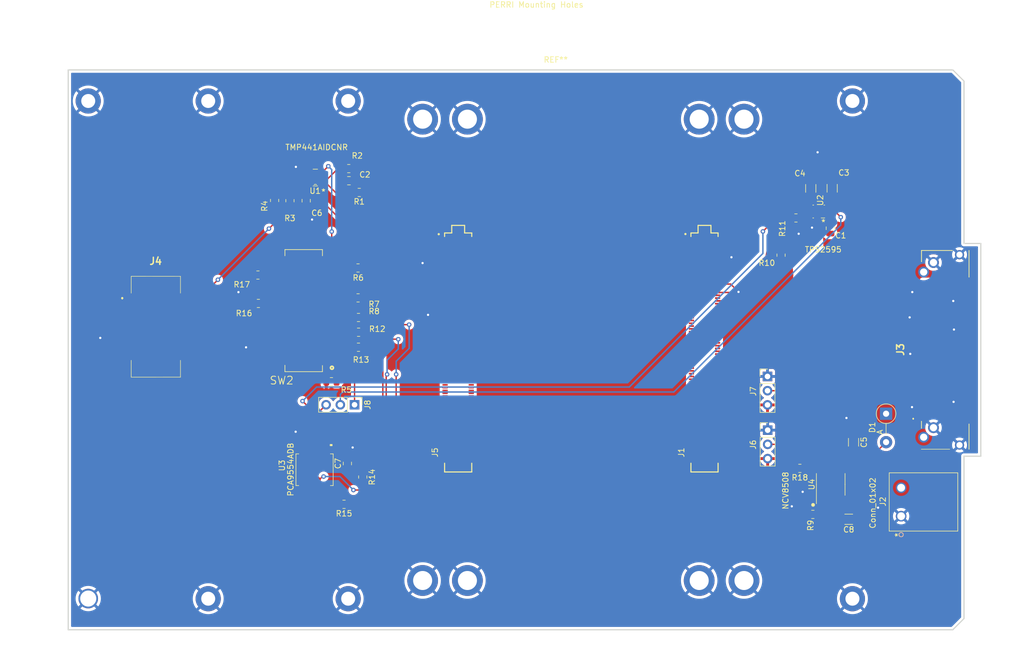
<source format=kicad_pcb>
(kicad_pcb (version 20211014) (generator pcbnew)
  (layers (0 "F.Cu" signal) (31 "B.Cu" signal) (34 "B.Paste" user) (35 "F.Paste" user) (36 "B.SilkS" user "B.Silkscreen") (37 "F.SilkS" user "F.Silkscreen") (38 "B.Mask" user) (39 "F.Mask" user) (44 "Edge.Cuts" user))
  (net 0 "")
  (net 1 "Net-(C1-Pad1)")
  (net 2 "GND")
  (net 3 "Net-(C2-Pad1)")
  (net 4 "Net-(C2-Pad2)")
  (net 5 "+12V")
  (net 6 "/12V_To_Hat")
  (net 7 "Net-(C5-Pad2)")
  (net 8 "+5V")
  (net 9 "/DXN")
  (net 10 "/DXP")
  (net 11 "Net-(R16-Pad1)")
  (net 12 "Net-(R17-Pad1)")
  (net 229 "/SDA")
  (net 230 "/SCL")
  (net 375 "Net-(J6-Pad2)")
  (net 376 "Net-(J7-Pad2)")
  (net 377 "/DS_EN")
  (net 378 "/To_Efuse_EN")
  (net 379 "/GPIO_EN")
  (net 380 "/TMP_A1")
  (net 381 "/TMP_A0")
  (net 382 "Net-(R9-Pad2)")
  (net 383 "/FLT")
  (net 384 "Net-(R11-Pad1)")
  (net 385 "/GPIO_A0")
  (net 386 "Net-(R18-Pad1)")
  (net 387 "/GPIO_A1")
  (net 388 "/GPIO_A2")
  (footprint "footprints:1757242" (layer "F.Cu") (at 237.15 120.86 90)
    (fp_text reference "J2")
    (fp_text value "Conn_01x02")
  )
  (footprint "Resistor_SMD:R_0805_2012Metric" (layer "F.Cu") (at 127.98 69.59 90)
    (fp_text reference "R3")
    (fp_text value "R_US")
  )
  (footprint "Capacitor_SMD:C_1206_3216Metric" (layer "F.Cu") (at 221.01 67.39 90)
    (fp_text reference "C4")
    (fp_text value "C_Polarized_US")
  )
  (footprint "Diode_THT:D_DO-41_SOD81_P5.08mm_Vertical_AnodeUp" (layer "F.Cu") (at 234.46 107.637818 -90)
    (fp_text reference "D1")
    (fp_text value "DIODE")
  )
  (footprint "Resistor_SMD:R_0805_2012Metric" (layer "F.Cu") (at 215.7 79.32 -90)
    (fp_text reference "R10")
    (fp_text value "R_US")
  )
  (footprint "Capacitor_SMD:C_1206_3216Metric" (layer "F.Cu") (at 224.83 67.37 90)
    (fp_text reference "C3")
    (fp_text value "C_Polarized_US")
  )
  (footprint "Resistor_SMD:R_0805_2012Metric" (layer "F.Cu") (at 140.35625 68.11 180)
    (fp_text reference "R1")
    (fp_text value "R_US")
  )
  (footprint "Resistor_SMD:R_0805_2012Metric" (layer "F.Cu") (at 140.15 86.95)
    (fp_text reference "R7")
    (fp_text value "R_US")
  )
  (footprint "footprints:302010030000" (layer "F.Cu") (at 103.8 92.1 -90)
    (fp_text reference "J4")
    (fp_text value "Conn_02x05_Counter_Clockwise" hide)
  )
  (footprint "Connector_PinHeader_2.54mm:PinHeader_1x03_P2.54mm_Vertical" (layer "F.Cu") (at 139.52 106.04 -90)
    (fp_text reference "J8")
    (fp_text value "Conn_01x03")
  )
  (footprint "Capacitor_SMD:C_1206_3216Metric" (layer "F.Cu") (at 228.65 112.74 -90)
    (fp_text reference "C5")
    (fp_text value "0.1uF")
  )
  (footprint "Resistor_SMD:R_0805_2012Metric" (layer "F.Cu") (at 137.64 123.82 180)
    (fp_text reference "R15")
    (fp_text value "R_US")
  )
  (footprint "footprints:SAMTEC_SS5-80-3.00-X-D-K-XX" (layer "F.Cu") (at 158.027996 96.233 90)
    (fp_text reference "J5")
    (fp_text value "SS5-80-3.00-X-D-K-XX")
  )
  (footprint "Capacitor_SMD:C_0805_2012Metric" (layer "F.Cu") (at 138.24 116.53 90)
    (fp_text reference "C7")
    (fp_text value "C_Small")
  )
  (footprint "footprints:FX23100S05SH" (layer "F.Cu") (at 245.027996 96.233 90)
    (fp_text reference "J3")
    (fp_text value "Conn_02x50_Counter_Clockwise" hide)
  )
  (footprint "Package_SO:SOIC-8-1EP_3.9x4.9mm_P1.27mm_EP2.514x3.2mm" (layer "F.Cu") (at 224.569725 120.262425 90)
    (fp_text reference "U4")
    (fp_text value "NCV8508")
  )
  (footprint "Resistor_SMD:R_0805_2012Metric" (layer "F.Cu") (at 140.24 93.08)
    (fp_text reference "R12")
    (fp_text value "R_US")
  )
  (footprint "Connector_PinHeader_2.54mm:PinHeader_1x03_P2.54mm_Vertical" (layer "F.Cu") (at 213.28 100.985)
    (fp_text reference "J7")
    (fp_text value "Conn_01x03")
  )
  (footprint "Connector_PinHeader_2.54mm:PinHeader_1x03_P2.54mm_Vertical" (layer "F.Cu") (at 213.31 110.575)
    (fp_text reference "J6")
    (fp_text value "Conn_01x03")
  )
  (footprint "Resistor_SMD:R_0805_2012Metric" (layer "F.Cu") (at 138.48625 63.86 180)
    (fp_text reference "R2")
    (fp_text value "R_US")
  )
  (footprint "Resistor_SMD:R_0805_2012Metric" (layer "F.Cu") (at 218.36 72.67 180)
    (fp_text reference "R11")
    (fp_text value "R_US")
  )
  (footprint "TPS441:TPS259525DSGR" (layer "F.Cu") (at 222.4352 71.5242 180)
    (fp_text reference "U2")
    (fp_text value "TPS2595")
  )
  (footprint "Capacitor_SMD:C_0805_2012Metric" (layer "F.Cu") (at 130.88 69.59 -90)
    (fp_text reference "C6")
    (fp_text value "C_Small")
  )
  (footprint "footprints:PERRI_Outline" (layer "F.Cu") (at 175.391196 90.2348)
    (fp_text reference "REF**")
    (fp_text value "PERRI_Outline")
    (fp_line (start 72.9882 24.9944) (end 72.9882 53.9944) (layer "Edge.Cuts") (width 0.2))
    (fp_line (start 75.9882 24.9944) (end 72.9882 24.9944) (layer "Edge.Cuts") (width 0.2))
    (fp_line (start 72.9882 -13.0056) (end 75.9882 -13.0056) (layer "Edge.Cuts") (width 0.2))
    (fp_line (start 70.9882 55.9944) (end -87.0118 55.9944) (layer "Edge.Cuts") (width 0.2))
    (fp_line (start 72.9882 -42.0056) (end 72.9882 -13.0056) (layer "Edge.Cuts") (width 0.2))
    (fp_line (start -87.0118 55.9944) (end -87.0118 -44.0056) (layer "Edge.Cuts") (width 0.2))
    (fp_line (start 75.9882 -13.0056) (end 75.9882 24.9944) (layer "Edge.Cuts") (width 0.2))
    (fp_line (start 70.9882 -44.0056) (end 72.9882 -42.0056) (layer "Edge.Cuts") (width 0.2))
    (fp_line (start -87.0118 -44.0056) (end 70.9882 -44.0056) (layer "Edge.Cuts") (width 0.2))
    (fp_line (start 72.9882 53.9944) (end 70.9882 55.9944) (layer "Edge.Cuts") (width 0.2))
  )
  (footprint "Resistor_SMD:R_0805_2012Metric" (layer "F.Cu") (at 122.26 82.87 180)
    (fp_text reference "R17")
    (fp_text value "R_US")
  )
  (footprint "Resistor_SMD:R_0805_2012Metric" (layer "F.Cu") (at 140.99 118.95 -90)
    (fp_text reference "R14")
    (fp_text value "R_US")
  )
  (footprint "Resistor_SMD:R_0805_2012Metric" (layer "F.Cu") (at 219.06 117.4 180)
    (fp_text reference "R18")
    (fp_text value "R_US")
  )
  (footprint "Resistor_SMD:R_0805_2012Metric" (layer "F.Cu") (at 125.24 69.55 90)
    (fp_text reference "R4")
    (fp_text value "R_US")
  )
  (footprint "Resistor_SMD:R_0805_2012Metric" (layer "F.Cu") (at 140.22 95.76)
    (fp_text reference "R13")
    (fp_text value "R_US")
  )
  (footprint "footprints:TMP441AIDCNR" (layer "F.Cu") (at 132.514601 65.46165 180)
    (fp_text reference "U1")
    (fp_text value "TMP441AIDCNR")
  )
  (footprint "Resistor_SMD:R_0805_2012Metric" (layer "F.Cu") (at 140.14 81.6)
    (fp_text reference "R6")
    (fp_text value "R_US")
  )
  (footprint "PCA9554ADB:PCA9554ADB" (layer "F.Cu") (at 132.3775 117.64195 -90)
    (fp_text reference "U3")
    (fp_text value "PCA9554ADB")
  )
  (footprint "Resistor_SMD:R_0805_2012Metric" (layer "F.Cu") (at 135.39 101.93 180)
    (fp_text reference "R5")
    (fp_text value "R_US")
  )
  (footprint "Resistor_SMD:R_0805_2012Metric" (layer "F.Cu") (at 140.22 90.45)
    (fp_text reference "R8")
    (fp_text value "R_US")
  )
  (footprint "footprints:SAMTEC_SS5-80-3.00-X-D-K-XX" (layer "F.Cu") (at 202.027996 96.233 90)
    (fp_text reference "J1")
    (fp_text value "SS5-80-3.00-X-D-K-XX")
  )
  (footprint "footprints:SW_219-8LPSTRF" (layer "F.Cu") (at 130.430299 89.23 180)
    (fp_text reference "SW2")
    (fp_text value "SW_DIP_x08")
  )
  (footprint "footprints:PERRI_Mounting_Holes" (layer "F.Cu") (at 172.579551 90.239551)
    (fp_text reference "PERRI Mounting Holes")
    (fp_text value "PERRI_Mounting_Holes")
  )
  (footprint "Capacitor_SMD:C_0805_2012Metric" (layer "F.Cu") (at 138.51625 66.02 180)
    (fp_text reference "C2")
    (fp_text value "C_Small")
  )
  (footprint "Capacitor_SMD:C_0805_2012Metric" (layer "F.Cu") (at 224.5 74.51 -90)
    (fp_text reference "C1")
    (fp_text value "C")
  )
  (footprint "Resistor_SMD:R_0805_2012Metric" (layer "F.Cu") (at 221.38 125.62)
    (fp_text reference "R9")
    (fp_text value "R_US")
  )
  (footprint "Capacitor_SMD:C_1206_3216Metric" (layer "F.Cu") (at 227.79 126.49 180)
    (fp_text reference "C8")
    (fp_text value "1uF")
  )
  (footprint "Resistor_SMD:R_0805_2012Metric" (layer "F.Cu") (at 122.34165 87.94 180)
    (fp_text reference "R16")
    (fp_text value "R_US")
  )
  (segment (start 223.385201 72.274201) (end 224.034201 72.274201) (width 0.25) (layer "F.Cu") (net 1))
  (segment (start 224.034201 72.274201) (end 224.5 72.74) (width 0.25) (layer "F.Cu") (net 1))
  (segment (start 224.5 72.74) (end 224.5 73.56) (width 0.25) (layer "F.Cu") (net 1))
  (segment (start 206.613 85.983) (end 207.187 85.983) (width 0.25) (layer "F.Cu") (net 2))
  (segment (start 130.102501 111.962501) (end 129 110.86) (width 0.25) (layer "F.Cu") (net 2))
  (segment (start 239.727 87.983) (end 238.67 89.04) (width 0.25) (layer "F.Cu") (net 2))
  (segment (start 126.125299 93.04) (end 123.09 93.04) (width 0.25) (layer "F.Cu") (net 2))
  (segment (start 247.478974 103.483) (end 246.42 104.541974) (width 0.25) (layer "F.Cu") (net 2))
  (segment (start 129.976651 64.486651) (end 129.04 63.55) (width 0.25) (layer "F.Cu") (net 2))
  (segment (start 241.801996 89.483) (end 239.347 89.483) (width 0.25) (layer "F.Cu") (net 2))
  (segment (start 239.713 86.483) (end 239.205 85.975) (width 0.25) (layer "F.Cu") (net 2))
  (segment (start 206.703 84.483) (end 207.695 85.475) (width 0.25) (layer "F.Cu") (net 2))
  (segment (start 238.67 90.16) (end 238.67 90.43) (width 0.25) (layer "F.Cu") (net 2))
  (segment (start 207.695 85.475) (end 208.1 85.88) (width 0.25) (layer "F.Cu") (net 2))
  (segment (start 239.090974 105.07) (end 239.090974 106.459026) (width 0.25) (layer "F.Cu") (net 2))
  (segment (start 240.677974 104.983) (end 239.090974 106.57) (width 0.25) (layer "F.Cu") (net 2))
  (segment (start 206.295 79.145) (end 206.84 79.69) (width 0.25) (layer "F.Cu") (net 2))
  (segment (start 241.801996 95.483) (end 240.617 95.483) (width 0.25) (layer "F.Cu") (net 2))
  (segment (start 155.692996 79.983) (end 154.567 79.983) (width 0.25) (layer "F.Cu") (net 2))
  (segment (start 153.69 89.976) (end 153.697 89.983) (width 0.25) (layer "F.Cu") (net 2))
  (segment (start 247.478974 89.483) (end 246.46 88.464026) (width 0.25) (layer "F.Cu") (net 2))
  (segment (start 239.685974 85.975) (end 239.205 85.975) (width 0.25) (layer "F.Cu") (net 2))
  (segment (start 246.46 86.001974) (end 247.478974 84.983) (width 0.25) (layer "F.Cu") (net 2))
  (segment (start 240.677974 84.983) (end 239.685974 85.975) (width 0.25) (layer "F.Cu") (net 2))
  (segment (start 238.78 98.585026) (end 238.78 97.32) (width 0.25) (layer "F.Cu") (net 2))
  (segment (start 204.362996 84.483) (end 206.703 84.483) (width 0.25) (layer "F.Cu") (net 2))
  (segment (start 240.677974 100.483) (end 238.78 98.585026) (width 0.25) (layer "F.Cu") (net 2))
  (segment (start 246.941026 87.983) (end 246.46 87.501974) (width 0.25) (layer "F.Cu") (net 2))
  (segment (start 241.801996 92.483) (end 240.153 92.483) (width 0.25) (layer "F.Cu") (net 2))
  (segment (start 248.677996 104.983) (end 246.647 104.983) (width 0.25) (layer "F.Cu") (net 2))
  (segment (start 240.617 95.483) (end 238.985 97.115) (width 0.25) (layer "F.Cu") (net 2))
  (segment (start 220.887575 120.262425) (end 219.56 121.59) (width 0.25) (layer "F.Cu") (net 2))
  (segment (start 223.21 61.31) (end 222.84 60.94) (width 0.25) (layer "F.Cu") (net 2))
  (segment (start 241.801996 84.983) (end 240.677974 84.983) (width 0.25) (layer "F.Cu") (net 2))
  (segment (start 224.569725 120.262425) (end 220.887575 120.262425) (width 0.25) (layer "F.Cu") (net 2))
  (segment (start 230.96 126.49) (end 233.03 124.42) (width 0.25) (layer "F.Cu") (net 2))
  (segment (start 238.78 96.95) (end 238.78 97.32) (width 0.25) (layer "F.Cu") (net 2))
  (segment (start 100.775 92.1) (end 96.1 92.1) (width 0.25) (layer "F.Cu") (net 2))
  (segment (start 205.633 78.483) (end 206.295 79.145) (width 0.25) (layer "F.Cu") (net 2))
  (segment (start 155.692996 83.983) (end 154.753 83.983) (width 0.25) (layer "F.Cu") (net 2))
  (segment (start 153.04 81.2) (end 152.14 81.2) (width 0.25) (layer "F.Cu") (net 2))
  (segment (start 241.801996 87.983) (end 239.727 87.983) (width 0.25) (layer "F.Cu") (net 2))
  (segment (start 246.42 104.541974) (end 246.42 105.21) (width 0.25) (layer "F.Cu") (net 2))
  (segment (start 247.478974 107.983) (end 246.42 106.924026) (width 0.25) (layer "F.Cu") (net 2))
  (segment (start 246.42 105.424026) (end 246.42 105.21) (width 0.25) (layer "F.Cu") (net 2))
  (segment (start 154.713 91.983) (end 153.697 90.967) (width 0.25) (layer "F.Cu") (net 2))
  (segment (start 154.928974 85.983) (end 153.69 87.221974) (width 0.25) (layer "F.Cu") (net 2))
  (segment (start 241.801996 90.983) (end 238.807 90.983) (width 0.25) (layer "F.Cu") (net 2))
  (segment (start 248.677996 103.483) (end 247.478974 103.483) (width 0.25) (layer "F.Cu") (net 2))
  (segment (start 155.692996 87.983) (end 154.427 87.983) (width 0.25) (layer "F.Cu") (net 2))
  (segment (start 241.801996 93.983) (end 240.677974 93.983) (width 0.25) (layer "F.Cu") (net 2))
  (segment (start 224.5 75.46) (end 222.29 75.46) (width 0.25) (layer "F.Cu") (net 2))
  (segment (start 240.153 92.483) (end 238.73 91.06) (width 0.25) (layer "F.Cu") (net 2))
  (segment (start 122.43 98.12) (end 120.22 95.91) (width 0.25) (layer "F.Cu") (net 2))
  (segment (start 121.82 85.42) (end 121.3475 84.9475) (width 0.25) (layer "F.Cu") (net 2))
  (segment (start 204.362996 78.483) (end 205.633 78.483) (width 0.25) (layer "F.Cu") (net 2))
  (segment (start 239.205 85.975) (end 239.14 85.91) (width 0.25) (layer "F.Cu") (net 2))
  (segment (start 121.3475 84.9475) (end 119.7525 84.9475) (width 0.25) (layer "F.Cu") (net 2))
  (segment (start 222.00922 72.274201) (end 222.4352 71.848221) (width 0.25) (layer "F.Cu") (net 2))
  (segment (start 238.67 91) (end 238.73 91.06) (width 0.25) (layer "F.Cu") (net 2))
  (segment (start 239.090974 106.57) (end 238.97 106.57) (width 0.25) (layer "F.Cu") (net 2))
  (segment (start 224.569725 121.210275) (end 224.569725 120.262425) (width 0.25) (layer "F.Cu") (net 2))
  (segment (start 223.934725 121.845275) (end 224.569725 121.210275) (width 0.25) (layer "F.Cu") (net 2))
  (segment (start 247.478974 96.983) (end 246.35 95.854026) (width 0.25) (layer "F.Cu") (net 2))
  (segment (start 222.4352 73.1948) (end 221.23 74.4) (width 0.25) (layer "F.Cu") (net 2))
  (segment (start 240.677974 103.483) (end 239.090974 105.07) (width 0.25) (layer "F.Cu") (net 2))
  (segment (start 130.88 70.54) (end 130.88 71.91) (width 0.25) (layer "F.Cu") (net 2))
  (segment (start 248.677996 87.983) (end 246.941026 87.983) (width 0.25) (layer "F.Cu") (net 2))
  (segment (start 219.06 125.62) (end 217.62 124.18) (width 0.25) (layer "F.Cu") (net 2))
  (segment (start 248.677996 106.483) (end 247.478974 106.483) (width 0.25) (layer "F.Cu") (net 2))
  (segment (start 222.29 75.46) (end 221.23 74.4) (width 0.25) (layer "F.Cu") (net 2))
  (segment (start 121.66 90.5) (end 120.14 92.02) (width 0.25) (layer "F.Cu") (net 2))
  (segment (start 223.934725 122.899925) (end 223.934725 121.845275) (width 0.25) (layer "F.Cu") (net 2))
  (segment (start 206.295 80.315018) (end 206.295 79.145) (width 0.25) (layer "F.Cu") (net 2))
  (segment (start 221.01 65.915) (end 221.01 64.65) (width 0.25) (layer "F.Cu") (net 2))
  (segment (start 246.46 88.464026) (end 246.46 87.501974) (width 0.25) (layer "F.Cu") (net 2))
  (segment (start 241.801996 86.483) (end 239.713 86.483) (width 0.25) (layer "F.Cu") (net 2))
  (segment (start 223.21 62.45) (end 223.21 61.31) (width 0.25) (layer "F.Cu") (net 2))
  (segment (start 138.24 115.58) (end 138.24 114.61) (width 0.25) (layer "F.Cu") (net 2))
  (segment (start 120.14 95.83) (end 120.22 95.91) (width 0.25) (layer "F.Cu") (net 2))
  (segment (start 155.692996 91.983) (end 154.713 91.983) (width 0.25) (layer "F.Cu") (net 2))
  (segment (start 241.801996 104.983) (end 240.677974 104.983) (width 0.25) (layer "F.Cu") (net 2))
  (segment (start 247.478974 95.483) (end 246.35 94.354026) (width 0.25) (layer "F.Cu") (net 2))
  (segment (start 238.807 90.983) (end 238.73 91.06) (width 0.25) (layer "F.Cu") (net 2))
  (segment (start 154.567 79.983) (end 153.35 81.2) (width 0.25) (layer "F.Cu") (net 2))
  (segment (start 155.692996 89.983) (end 153.697 89.983) (width 0.25) (layer "F.Cu") (net 2))
  (segment (start 152.14 81.2) (end 151.67 80.73) (width 0.25) (layer "F.Cu") (net 2))
  (segment (start 238.67 89.04) (end 238.67 90.43) (width 0.25) (layer "F.Cu") (net 2))
  (segment (start 247.478974 84.983) (end 248.677996 84.983) (width 0.25) (layer "F.Cu") (net 2))
  (segment (start 241.801996 100.483) (end 240.677974 100.483) (width 0.25) (layer "F.Cu") (net 2))
  (segment (start 154.427 87.983) (end 153.69 88.72) (width 0.25) (layer "F.Cu") (net 2))
  (segment (start 247.478974 90.983) (end 246.35 92.111974) (width 0.25) (layer "F.Cu") (net 2))
  (segment (start 217.4475 72.67) (end 217.4475 74.0975) (width 0.25) (layer "F.Cu") (net 2))
  (segment (start 224.83 65.895) (end 224.83 64.07) (width 0.25) (layer "F.Cu") (net 2))
  (segment (start 204.362996 87.483) (end 205.127018 87.483) (width 0.25) (layer "F.Cu") (net 2))
  (segment (start 126.125299 85.42) (end 121.82 85.42) (width 0.25) (layer "F.Cu") (net 2))
  (segment (start 228.65 111.265) (end 228.65 109.67) (width 0.25) (layer "F.Cu") (net 2))
  (segment (start 205.127018 82.983) (end 206.295 81.815018) (width 0.25) (layer "F.Cu") (net 2))
  (segment (start 239.737 106.483) (end 239.31 106.91) (width 0.25) (layer "F.Cu") (net 2))
  (segment (start 248.677996 92.483) (end 246.707 92.483) (width 0.25) (layer "F.Cu") (net 2))
  (segment (start 155.692996 85.983) (end 154.928974 85.983) (width 0.25) (layer "F.Cu") (net 2))
  (segment (start 246.585 92.605) (end 246.35 92.84) (width 0.25) (layer "F.Cu") (net 2))
  (segment (start 241.801996 106.483) (end 239.737 106.483) (width 0.25) (layer "F.Cu") (net 2))
  (segment (start 153.69 88.72) (end 153.69 89.976) (width 0.25) (layer "F.Cu") (net 2))
  (segment (start 246.46 87.501974) (end 246.46 86.001974) (width 0.25) (layer "F.Cu") (net 2))
  (segment (start 204.362996 85.983) (end 206.613 85.983) (width 0.25) (layer "F.Cu") (net 2))
  (segment (start 205.127018 87.483) (end 206.613 85.997018) (width 0.25) (layer "F.Cu") (net 2))
  (segment (start 121.3475 84.9475) (end 121.3475 82.87) (width 0.25) (layer "F.Cu") (net 2))
  (segment (start 154.133 81.983) (end 153.35 81.2) (width 0.25) (layer "F.Cu") (net 2))
  (segment (start 204.362996 82.983) (end 205.127018 82.983) (width 0.25) (layer "F.Cu") (net 2))
  (segment (start 121.42915 85.02915) (end 121.3475 84.9475) (width 0.25) (layer "F.Cu") (net 2))
  (segment (start 239.090974 106.459026) (end 239.090974 106.57) (width 0.25) (layer "F.Cu") (net 2))
  (segment (start 120.14 92.02) (end 120.14 95.78) (width 0.25) (layer "F.Cu") (net 2))
  (segment (start 222.91 62.75) (end 223.21 62.45) (width 0.25) (layer "F.Cu") (net 2))
  (segment (start 153.35 81.2) (end 153.04 81.2) (width 0.25) (layer "F.Cu") (net 2))
  (segment (start 247.478974 86.483) (end 246.46 87.501974) (width 0.25) (layer "F.Cu") (net 2))
  (segment (start 246.707 92.483) (end 246.585 92.605) (width 0.25) (layer "F.Cu") (net 2))
  (segment (start 229.265 126.49) (end 230.96 126.49) (width 0.25) (layer "F.Cu") (net 2))
  (segment (start 153.69 87.221974) (end 153.69 88.72) (width 0.25) (layer "F.Cu") (net 2))
  (segment (start 238.985 97.115) (end 238.78 97.32) (width 0.25) (layer "F.Cu") (net 2))
  (segment (start 239.117 96.983) (end 238.985 97.115) (width 0.25) (layer "F.Cu") (net 2))
  (segment (start 248.677996 89.483) (end 247.478974 89.483) (width 0.25) (layer "F.Cu") (net 2))
  (segment (start 126.125299 95.58) (end 120.55 95.58) (width 0.25) (layer "F.Cu") (net 2))
  (segment (start 207.187 85.983) (end 207.695 85.475) (width 0.25) (layer "F.Cu") (net 2))
  (segment (start 246.647 104.983) (end 246.42 105.21) (width 0.25) (layer "F.Cu") (net 2))
  (segment (start 204.362996 81.483) (end 205.127018 81.483) (width 0.25) (layer "F.Cu") (net 2))
  (segment (start 122.22 80.34) (end 121.3475 81.2125) (width 0.25) (layer "F.Cu") (net 2))
  (segment (start 248.677996 95.483) (end 247.478974 95.483) (width 0.25) (layer "F.Cu") (net 2))
  (segment (start 246.517987 105.522013) (end 246.42 105.424026) (width 0.25) (layer "F.Cu") (net 2))
  (segment (start 123.09 93.04) (end 120.22 95.91) (width 0.25) (layer "F.Cu") (net 2))
  (segment (start 130.102501 114.21295) (end 130.102501 111.962501) (width 0.25) (layer "F.Cu") (net 2))
  (segment (start 246.35 93.98) (end 246.35 92.84) (width 0.25) (layer "F.Cu") (net 2))
  (segment (start 248.677996 86.483) (end 247.478974 86.483) (width 0.25) (layer "F.Cu") (net 2))
  (segment (start 153.697 90.967) (end 153.697 89.983) (width 0.25) (layer "F.Cu") (net 2))
  (segment (start 247.493 93.983) (end 246.35 92.84) (width 0.25) (layer "F.Cu") (net 2))
  (segment (start 224.83 64.07) (end 223.21 62.45) (width 0.25) (layer "F.Cu") (net 2))
  (segment (start 154.753 83.983) (end 153.04 82.27) (width 0.25) (layer "F.Cu") (net 2))
  (segment (start 126.125299 80.34) (end 122.22 80.34) (width 0.25) (layer "F.Cu") (net 2))
  (segment (start 121.42915 87.94) (end 121.42915 85.02915) (width 0.25) (layer "F.Cu") (net 2))
  (segment (start 130.88 71.91) (end 131.93 72.96) (width 0.25) (layer "F.Cu") (net 2))
  (segment (start 126.125299 98.12) (end 122.43 98.12) (width 0.25) (layer "F.Cu") (net 2))
  (segment (start 248.677996 90.983) (end 247.478974 90.983) (width 0.25) (layer "F.Cu") (net 2))
  (segment (start 204.362996 79.983) (end 205.457 79.983) (width 0.25) (layer "F.Cu") (net 2))
  (segment (start 240.383 107.983) (end 239.31 106.91) (width 0.25) (layer "F.Cu") (net 2))
  (segment (start 206.613 85.997018) (end 206.613 85.983) (width 0.25) (layer "F.Cu") (net 2))
  (segment (start 240.677974 93.983) (end 238.78 95.880974) (width 0.25) (layer "F.Cu") (net 2))
  (segment (start 126.125299 90.5) (end 121.66 90.5) (width 0.25) (layer "F.Cu") (net 2))
  (segment (start 246.35 92.111974) (end 246.35 92.84) (width 0.25) (layer "F.Cu") (net 2))
  (segment (start 239.347 89.483) (end 238.67 90.16) (width 0.25) (layer "F.Cu") (net 2))
  (segment (start 220.4675 125.62) (end 219.06 125.62) (width 0.25) (layer "F.Cu") (net 2))
  (segment (start 131.320801 64.486651) (end 129.976651 64.486651) (width 0.25) (layer "F.Cu") (net 2))
  (segment (start 217.4475 74.0975) (end 218.85 75.5) (width 0.25) (layer "F.Cu") (net 2))
  (segment (start 246.35 94.354026) (end 246.35 93.98) (width 0.25) (layer "F.Cu") (net 2))
  (segment (start 138.24 114.61) (end 139.18 113.67) (width 0.25) (layer "F.Cu") (net 2))
  (segment (start 246.42 106.924026) (end 246.42 105.424026) (width 0.25) (layer "F.Cu") (net 2))
  (segment (start 153.04 82.27) (end 153.04 81.2) (width 0.25) (layer "F.Cu") (net 2))
  (segment (start 246.35 95.854026) (end 246.35 93.98) (width 0.25) (layer "F.Cu") (net 2))
  (segment (start 222.4352 71.848221) (end 222.4352 71.524203) (width 0.25) (layer "F.Cu") (net 2))
  (segment (start 206.295 81.815018) (end 206.295 80.315018) (width 0.25) (layer "F.Cu") (net 2))
  (segment (start 248.677996 93.983) (end 247.493 93.983) (width 0.25) (layer "F.Cu") (net 2))
  (segment (start 221.01 64.65) (end 222.91 62.75) (width 0.25) (layer "F.Cu") (net 2))
  (segment (start 120.55 95.58) (end 120.22 95.91) (width 0.25) (layer "F.Cu") (net 2))
  (segment (start 228.65 109.67) (end 227.38 108.4) (width 0.25) (layer "F.Cu") (net 2))
  (segment (start 247.478974 106.483) (end 246.517987 105.522013) (width 0.25) (layer "F.Cu") (net 2))
  (segment (start 205.457 79.983) (end 206.295 79.145) (width 0.25) (layer "F.Cu") (net 2))
  (segment (start 153.697 89.983) (end 152.647 89.983) (width 0.25) (layer "F.Cu") (net 2))
  (segment (start 241.801996 107.983) (end 240.383 107.983) (width 0.25) (layer "F.Cu") (net 2))
  (segment (start 96.1 92.1) (end 94.1 94.1) (width 0.25) (layer "F.Cu") (net 2))
  (segment (start 155.692996 81.983) (end 154.133 81.983) (width 0.25) (layer "F.Cu") (net 2))
  (segment (start 241.801996 103.483) (end 240.677974 103.483) (width 0.25) (layer "F.Cu") (net 2))
  (segment (start 121.3475 81.2125) (end 121.3475 82.87) (width 0.25) (layer "F.Cu") (net 2))
  (segment (start 221.485199 72.274201) (end 222.00922 72.274201) (width 0.25) (layer "F.Cu") (net 2))
  (segment (start 239.31 106.91) (end 238.97 106.57) (width 0.25) (layer "F.Cu") (net 2))
  (segment (start 205.127018 81.483) (end 206.295 80.315018) (width 0.25) (layer "F.Cu") (net 2))
  (segment (start 120.14 95.78) (end 120.14 95.83) (width 0.25) (layer "F.Cu") (net 2))
  (segment (start 238.78 95.880974) (end 238.78 96.95) (width 0.25) (layer "F.Cu") (net 2))
  (segment (start 241.801996 96.983) (end 239.117 96.983) (width 0.25) (layer "F.Cu") (net 2))
  (segment (start 222.4352 71.524203) (end 222.4352 73.1948) (width 0.25) (layer "F.Cu") (net 2))
  (segment (start 222.84 60.94) (end 222.23 60.94) (width 0.25) (layer "F.Cu") (net 2))
  (segment (start 119.7525 84.9475) (end 118.78 85.92) (width 0.25) (layer "F.Cu") (net 2))
  (segment (start 248.677996 107.983) (end 247.478974 107.983) (width 0.25) (layer "F.Cu") (net 2))
  (segment (start 248.677996 96.983) (end 247.478974 96.983) (width 0.25) (layer "F.Cu") (net 2))
  (segment (start 238.67 90.43) (end 238.67 91) (width 0.25) (layer "F.Cu") (net 2))
  (via (at 151.67 80.73) (size 0.8) (drill 0.4) (layers "F.Cu" "B.Cu") (net 2))
  (via (at 118.78 85.92) (size 0.8) (drill 0.4) (layers "F.Cu" "B.Cu") (net 2))
  (via (at 131.93 72.96) (size 0.8) (drill 0.4) (layers "F.Cu" "B.Cu") (net 2))
  (via (at 238.67 90.43) (size 0.8) (drill 0.4) (layers "F.Cu" "B.Cu") (net 2))
  (via (at 139.18 113.67) (size 0.8) (drill 0.4) (layers "F.Cu" "B.Cu") (net 2))
  (via (at 129 110.86) (size 0.8) (drill 0.4) (layers "F.Cu" "B.Cu") (net 2))
  (via (at 129.04 63.55) (size 0.8) (drill 0.4) (layers "F.Cu" "B.Cu") (net 2))
  (via (at 206.84 79.69) (size 0.8) (drill 0.4) (layers "F.Cu" "B.Cu") (net 2))
  (via (at 221.23 74.4) (size 0.8) (drill 0.4) (layers "F.Cu" "B.Cu") (net 2))
  (via (at 239.090974 106.459026) (size 0.8) (drill 0.4) (layers "F.Cu" "B.Cu") (net 2))
  (via (at 222.23 60.94) (size 0.8) (drill 0.4) (layers "F.Cu" "B.Cu") (net 2))
  (via (at 239.14 85.91) (size 0.8) (drill 0.4) (layers "F.Cu" "B.Cu") (net 2))
  (via (at 219.56 121.59) (size 0.8) (drill 0.4) (layers "F.Cu" "B.Cu") (net 2))
  (via (at 94.1 94.1) (size 0.8) (drill 0.4) (layers "F.Cu" "B.Cu") (net 2))
  (via (at 217.62 124.18) (size 0.8) (drill 0.4) (layers "F.Cu" "B.Cu") (net 2))
  (via (at 246.517987 105.522013) (size 0.8) (drill 0.4) (layers "F.Cu" "B.Cu") (net 2))
  (via (at 227.38 108.4) (size 0.8) (drill 0.4) (layers "F.Cu" "B.Cu") (net 2))
  (via (at 233.03 124.42) (size 0.8) (drill 0.4) (layers "F.Cu" "B.Cu") (net 2))
  (via (at 238.78 96.95) (size 0.8) (drill 0.4) (layers "F.Cu" "B.Cu") (net 2))
  (via (at 246.585 92.605) (size 0.8) (drill 0.4) (layers "F.Cu" "B.Cu") (net 2))
  (via (at 246.46 87.501974) (size 0.8) (drill 0.4) (layers "F.Cu" "B.Cu") (net 2))
  (via (at 208.1 85.88) (size 0.8) (drill 0.4) (layers "F.Cu" "B.Cu") (net 2))
  (via (at 120.14 95.78) (size 0.8) (drill 0.4) (layers "F.Cu" "B.Cu") (net 2))
  (via (at 218.85 75.5) (size 0.8) (drill 0.4) (layers "F.Cu" "B.Cu") (net 2))
  (via (at 152.647 89.983) (size 0.8) (drill 0.4) (layers "F.Cu" "B.Cu") (net 2))
  (segment (start 136.12625 68.12) (end 139.43375 68.12) (width 0.25) (layer "F.Cu") (net 3))
  (segment (start 133.708401 66.436649) (end 134.442899 66.436649) (width 0.25) (layer "F.Cu") (net 3))
  (segment (start 139.44375 66.0425) (end 139.46625 66.02) (width 0.25) (layer "F.Cu") (net 3))
  (segment (start 139.44375 68.11) (end 139.44375 66.0425) (width 0.25) (layer "F.Cu") (net 3))
  (segment (start 139.43375 68.12) (end 139.44375 68.11) (width 0.25) (layer "F.Cu") (net 3))
  (segment (start 134.442899 66.436649) (end 136.12625 68.12) (width 0.25) (layer "F.Cu") (net 3))
  (segment (start 137.56625 66.02) (end 137.56625 63.8675) (width 0.25) (layer "F.Cu") (net 4))
  (segment (start 134.618801 65.786651) (end 135.520851 64.884601) (width 0.25) (layer "F.Cu") (net 4))
  (segment (start 133.708401 65.786651) (end 134.618801 65.786651) (width 0.25) (layer "F.Cu") (net 4))
  (segment (start 137.56625 63.8675) (end 137.57375 63.86) (width 0.25) (layer "F.Cu") (net 4))
  (segment (start 136.545452 63.86) (end 137.57375 63.86) (width 0.25) (layer "F.Cu") (net 4))
  (segment (start 135.520851 64.884601) (end 136.545452 63.86) (width 0.25) (layer "F.Cu") (net 4))
  (segment (start 223.385201 71.2742) (end 223.8558 71.2742) (width 0.25) (layer "F.Cu") (net 5))
  (segment (start 223.8558 71.2742) (end 224.28 70.85) (width 0.25) (layer "F.Cu") (net 5))
  (segment (start 221.054202 70.774202) (end 220.75 70.47) (width 0.25) (layer "F.Cu") (net 6))
  (segment (start 199.692996 77.983) (end 199.093 77.983) (width 0.25) (layer "F.Cu") (net 6))
  (segment (start 204.362996 77.483) (end 205.247 77.483) (width 0.25) (layer "F.Cu") (net 6))
  (segment (start 221.485199 70.774202) (end 221.054202 70.774202) (width 0.25) (layer "F.Cu") (net 6))
  (segment (start 199.093 77.983) (end 198.81 77.7) (width 0.25) (layer "F.Cu") (net 6))
  (segment (start 198.81 77.7) (end 198.76 77.65) (width 0.25) (layer "F.Cu") (net 6))
  (segment (start 205.247 77.483) (end 205.98 76.75) (width 0.25) (layer "F.Cu") (net 6))
  (segment (start 198.76 77.65) (end 198.76 76.93) (width 0.25) (layer "F.Cu") (net 6))
  (segment (start 228.65 115.95) (end 228.7 116) (width 0.25) (layer "F.Cu") (net 7))
  (segment (start 234.46 112.717818) (end 231.177818 116) (width 0.25) (layer "F.Cu") (net 7))
  (segment (start 228.7 116) (end 226.46 116) (width 0.25) (layer "F.Cu") (net 7))
  (segment (start 228.65 114.215) (end 228.65 115.95) (width 0.25) (layer "F.Cu") (net 7))
  (segment (start 231.177818 116) (end 228.7 116) (width 0.25) (layer "F.Cu") (net 7))
  (segment (start 226.474725 117.624925) (end 226.46 117.6102) (width 0.25) (layer "F.Cu") (net 7))
  (segment (start 226.46 117.6102) (end 226.46 116) (width 0.25) (layer "F.Cu") (net 7))
  (segment (start 131.3 67.41) (end 130.89 67.41) (width 0.25) (layer "F.Cu") (net 8))
  (segment (start 131.320801 66.436649) (end 131.320801 67.389199) (width 0.25) (layer "F.Cu") (net 8))
  (segment (start 131.320801 67.389199) (end 131.3 67.41) (width 0.25) (layer "F.Cu") (net 8))
  (segment (start 130.88 67.42) (end 130.88 68.64) (width 0.25) (layer "F.Cu") (net 8))
  (segment (start 130.89 67.41) (end 130.88 67.42) (width 0.25) (layer "F.Cu") (net 8))
  (segment (start 148.23 74.81) (end 149.903 76.483) (width 0.2) (layer "F.Cu") (net 9))
  (segment (start 148.23 71.62) (end 148.23 74.81) (width 0.2) (layer "F.Cu") (net 9))
  (segment (start 140.47 63.86) (end 148.23 71.62) (width 0.2) (layer "F.Cu") (net 9))
  (segment (start 149.903 76.483) (end 155.692996 76.483) (width 0.2) (layer "F.Cu") (net 9))
  (segment (start 139.39875 63.86) (end 140.47 63.86) (width 0.2) (layer "F.Cu") (net 9))
  (segment (start 147 72.36) (end 142.75 68.11) (width 0.2) (layer "F.Cu") (net 10))
  (segment (start 142.75 68.11) (end 141.26875 68.11) (width 0.2) (layer "F.Cu") (net 10))
  (segment (start 149.253 76.983) (end 147 74.73) (width 0.2) (layer "F.Cu") (net 10))
  (segment (start 155.692996 76.983) (end 149.253 76.983) (width 0.2) (layer "F.Cu") (net 10))
  (segment (start 147 74.73) (end 147 72.36) (width 0.2) (layer "F.Cu") (net 10))
  (segment (start 126.125299 87.96) (end 123.27415 87.96) (width 0.25) (layer "F.Cu") (net 11))
  (segment (start 123.27415 87.96) (end 123.25415 87.94) (width 0.25) (layer "F.Cu") (net 11))
  (segment (start 123.1825 82.88) (end 126.125299 82.88) (width 0.25) (layer "F.Cu") (net 12))
  (segment (start 123.1725 82.87) (end 123.1825 82.88) (width 0.25) (layer "F.Cu") (net 12))
  (segment (start 246.287 84.483) (end 245.67 85.1) (width 0.25) (layer "F.Cu") (net 229))
  (segment (start 127.423351 65.136649) (end 126.035 66.525) (width 0.25) (layer "F.Cu") (net 229))
  (segment (start 102.76 83.39) (end 94.5 83.39) (width 0.25) (layer "F.Cu") (net 229))
  (segment (start 200.57 123.68952) (end 153.08 123.68952) (width 0.25) (layer "F.Cu") (net 229))
  (segment (start 107.275 87.02) (end 106.39 87.02) (width 0.25) (layer "F.Cu") (net 229))
  (segment (start 123.17 68.61) (end 125.255 66.525) (width 0.25) (layer "F.Cu") (net 229))
  (segment (start 150.99952 125.77) (end 135.7 125.77) (width 0.25) (layer "F.Cu") (net 229))
  (segment (start 248.677996 84.483) (end 246.287 84.483) (width 0.25) (layer "F.Cu") (net 229))
  (segment (start 92.21 85.68) (end 92.21 102.55) (width 0.25) (layer "F.Cu") (net 229))
  (segment (start 107.275 87.02) (end 107.275 86.995) (width 0.25) (layer "F.Cu") (net 229))
  (segment (start 134.059748 123.82) (end 133.219748 122.98) (width 0.25) (layer "F.Cu") (net 229))
  (segment (start 94.5 83.39) (end 92.21 85.68) (width 0.25) (layer "F.Cu") (net 229))
  (segment (start 133.219748 122.98) (end 134.002498 122.19725) (width 0.25) (layer "F.Cu") (net 229))
  (segment (start 245.67 85.1) (end 245.67 124.22) (width 0.25) (layer "F.Cu") (net 229))
  (segment (start 134.002498 122.19725) (end 134.002498 121.07095) (width 0.25) (layer "F.Cu") (net 229))
  (segment (start 125.255 66.525) (end 126.035 66.525) (width 0.25) (layer "F.Cu") (net 229))
  (segment (start 107.275 86.995) (end 123.17 71.1) (width 0.25) (layer "F.Cu") (net 229))
  (segment (start 126.035 66.525) (end 125.24 67.32) (width 0.25) (layer "F.Cu") (net 229))
  (segment (start 208.39 131.50952) (end 200.57 123.68952) (width 0.25) (layer "F.Cu") (net 229))
  (segment (start 134.059748 124.129748) (end 134.059748 123.82) (width 0.25) (layer "F.Cu") (net 229))
  (segment (start 125.24 67.32) (end 125.24 68.6375) (width 0.25) (layer "F.Cu") (net 229))
  (segment (start 131.320801 65.136649) (end 127.423351 65.136649) (width 0.25) (layer "F.Cu") (net 229))
  (segment (start 106.39 87.02) (end 102.76 83.39) (width 0.25) (layer "F.Cu") (net 229))
  (segment (start 238.38048 131.50952) (end 208.39 131.50952) (width 0.25) (layer "F.Cu") (net 229))
  (segment (start 136.7275 123.82) (end 134.059748 123.82) (width 0.25) (layer "F.Cu") (net 229))
  (segment (start 245.67 124.22) (end 238.38048 131.50952) (width 0.25) (layer "F.Cu") (net 229))
  (segment (start 135.7 125.77) (end 134.059748 124.129748) (width 0.25) (layer "F.Cu") (net 229))
  (segment (start 92.21 102.55) (end 112.64 122.98) (width 0.25) (layer "F.Cu") (net 229))
  (segment (start 112.64 122.98) (end 133.219748 122.98) (width 0.25) (layer "F.Cu") (net 229))
  (segment (start 153.08 123.68952) (end 150.99952 125.77) (width 0.25) (layer "F.Cu") (net 229))
  (segment (start 123.17 71.1) (end 123.17 68.61) (width 0.25) (layer "F.Cu") (net 229))
  (segment (start 128.085 66.235) (end 128.54 65.78) (width 0.25) (layer "F.Cu") (net 230))
  (segment (start 140.99 121.25) (end 140.97 121.27) (width 0.25) (layer "F.Cu") (net 230))
  (segment (start 140.99 119.8625) (end 140.99 121.25) (width 0.25) (layer "F.Cu") (net 230))
  (segment (start 245.12 120.07) (end 245.12 124.13) (width 0.25) (layer "F.Cu") (net 230))
  (segment (start 109.26 89.56) (end 107.275 89.56) (width 0.25) (layer "F.Cu") (net 230))
  (segment (start 200.53 122.97) (end 159.15 122.97) (width 0.25) (layer "F.Cu") (net 230))
  (segment (start 128.546651 65.786651) (end 131.320801 65.786651) (width 0.25) (layer "F.Cu") (net 230))
  (segment (start 140.97 121.27) (end 139.32 121.27) (width 0.25) (layer "F.Cu") (net 230))
  (segment (start 126.68 67.64) (end 128.085 66.235) (width 0.25) (layer "F.Cu") (net 230))
  (segment (start 245.767 83.983) (end 245.01 84.74) (width 0.25) (layer "F.Cu") (net 230))
  (segment (start 133.98 118.87) (end 133.99 118.86) (width 0.25) (layer "F.Cu") (net 230))
  (segment (start 132.2 118.14) (end 133.352499 119.292499) (width 0.25) (layer "F.Cu") (net 230))
  (segment (start 124.43 118.14) (end 132.2 118.14) (width 0.25) (layer "F.Cu") (net 230))
  (segment (start 117.03 110.74) (end 124.43 118.14) (width 0.25) (layer "F.Cu") (net 230))
  (segment (start 159.15 122.97) (end 158.88 123.24) (width 0.25) (layer "F.Cu") (net 230))
  (segment (start 248.677996 83.983) (end 245.767 83.983) (width 0.25) (layer "F.Cu") (net 230))
  (segment (start 128.54 65.78) (end 128.546651 65.786651) (width 0.25) (layer "F.Cu") (net 230))
  (segment (start 124.23 74.58) (end 126.68 72.13) (width 0.25) (layer "F.Cu") (net 230))
  (segment (start 208.62 131.06) (end 200.53 122.97) (width 0.25) (layer "F.Cu") (net 230))
  (segment (start 127.98 68.6775) (end 127.98 66.34) (width 0.25) (layer "F.Cu") (net 230))
  (segment (start 117.03 97.36) (end 117.03 110.74) (width 0.25) (layer "F.Cu") (net 230))
  (segment (start 133.774998 118.87) (end 133.98 118.87) (width 0.25) (layer "F.Cu") (net 230))
  (segment (start 148.11 121.27) (end 140.97 121.27) (width 0.25) (layer "F.Cu") (net 230))
  (segment (start 109.23 89.56) (end 117.03 97.36) (width 0.25) (layer "F.Cu") (net 230))
  (segment (start 238.19 131.06) (end 208.62 131.06) (width 0.25) (layer "F.Cu") (net 230))
  (segment (start 133.352499 119.292499) (end 133.352499 121.07095) (width 0.25) (layer "F.Cu") (net 230))
  (segment (start 158.88 123.24) (end 150.08 123.24) (width 0.25) (layer "F.Cu") (net 230))
  (segment (start 245.12 124.13) (end 238.19 131.06) (width 0.25) (layer "F.Cu") (net 230))
  (segment (start 126.68 72.13) (end 126.68 67.64) (width 0.25) (layer "F.Cu") (net 230))
  (segment (start 245.01 84.74) (end 245.01 119.96) (width 0.25) (layer "F.Cu") (net 230))
  (segment (start 115.11 83.71) (end 109.26 89.56) (width 0.25) (layer "F.Cu") (net 230))
  (segment (start 245.01 119.96) (end 245.12 120.07) (width 0.25) (layer "F.Cu") (net 230))
  (segment (start 107.275 89.56) (end 109.23 89.56) (width 0.25) (layer "F.Cu") (net 230))
  (segment (start 150.08 123.24) (end 148.11 121.27) (width 0.25) (layer "F.Cu") (net 230))
  (segment (start 133.352499 119.292499) (end 133.774998 118.87) (width 0.25) (layer "F.Cu") (net 230))
  (segment (start 127.98 66.34) (end 128.085 66.235) (width 0.25) (layer "F.Cu") (net 230))
  (via (at 139.32 121.27) (size 0.8) (drill 0.4) (layers "F.Cu" "B.Cu") (net 230))
  (via (at 115.11 83.71) (size 0.8) (drill 0.4) (layers "F.Cu" "B.Cu") (net 230))
  (via (at 124.23 74.58) (size 0.8) (drill 0.4) (layers "F.Cu" "B.Cu") (net 230))
  (via (at 133.99 118.86) (size 0.8) (drill 0.4) (layers "F.Cu" "B.Cu") (net 230))
  (segment (start 133.99 118.86) (end 136.91 118.86) (width 0.25) (layer "B.Cu") (net 230))
  (segment (start 124.23 74.58) (end 115.11 83.7) (width 0.25) (layer "B.Cu") (net 230))
  (segment (start 115.11 83.7) (end 115.11 83.71) (width 0.25) (layer "B.Cu") (net 230))
  (segment (start 136.91 118.86) (end 139.32 121.27) (width 0.25) (layer "B.Cu") (net 230))
  (segment (start 223.934725 117.411353) (end 219.638372 113.115) (width 0.25) (layer "F.Cu") (net 375))
  (segment (start 219.638372 113.115) (end 213.31 113.115) (width 0.25) (layer "F.Cu") (net 375))
  (segment (start 223.934725 117.624925) (end 223.934725 117.411353) (width 0.25) (layer "F.Cu") (net 375))
  (segment (start 218.88 104.3) (end 218.105 103.525) (width 0.25) (layer "F.Cu") (net 376))
  (segment (start 218.88 110.43) (end 218.88 104.3) (width 0.25) (layer "F.Cu") (net 376))
  (segment (start 218.105 103.525) (end 213.28 103.525) (width 0.25) (layer "F.Cu") (net 376))
  (segment (start 225.204725 116.754725) (end 218.88 110.43) (width 0.25) (layer "F.Cu") (net 376))
  (segment (start 225.204725 117.624925) (end 225.204725 116.754725) (width 0.25) (layer "F.Cu") (net 376))
  (segment (start 139.52 106.04) (end 139.52 101.81) (width 0.25) (layer "F.Cu") (net 377))
  (segment (start 136.3025 101.93) (end 137.01 101.93) (width 0.25) (layer "F.Cu") (net 377))
  (segment (start 136.973299 98.12) (end 134.735299 98.12) (width 0.25) (layer "F.Cu") (net 377))
  (segment (start 137.01 101.93) (end 138.325 100.615) (width 0.25) (layer "F.Cu") (net 377))
  (segment (start 136.973299 99.263299) (end 136.973299 98.12) (width 0.25) (layer "F.Cu") (net 377))
  (segment (start 139.52 101.81) (end 138.325 100.615) (width 0.25) (layer "F.Cu") (net 377))
  (segment (start 138.325 100.615) (end 136.973299 99.263299) (width 0.25) (layer "F.Cu") (net 377))
  (segment (start 223.385201 71.774202) (end 225.614202 71.774202) (width 0.25) (layer "F.Cu") (net 378))
  (segment (start 225.614202 71.774202) (end 226.37 72.53) (width 0.25) (layer "F.Cu") (net 378))
  (via (at 226.37 72.53) (size 0.8) (drill 0.4) (layers "F.Cu" "B.Cu") (net 378))
  (segment (start 226.37 73.941201) (end 196.551201 103.76) (width 0.25) (layer "B.Cu") (net 378))
  (segment (start 226.37 72.53) (end 226.37 73.941201) (width 0.25) (layer "B.Cu") (net 378))
  (segment (start 137.42 103.76) (end 136.96 104.22) (width 0.25) (layer "B.Cu") (net 378))
  (segment (start 136.98 104.24) (end 136.98 106.04) (width 0.25) (layer "B.Cu") (net 378))
  (segment (start 136.96 104.22) (end 136.98 104.24) (width 0.25) (layer "B.Cu") (net 378))
  (segment (start 196.551201 103.76) (end 137.42 103.76) (width 0.25) (layer "B.Cu") (net 378))
  (segment (start 132.702501 114.21295) (end 132.702501 107.777499) (width 0.25) (layer "F.Cu") (net 379))
  (segment (start 132.702501 107.777499) (end 134.44 106.04) (width 0.25) (layer "F.Cu") (net 379))
  (segment (start 138.14 85.56) (end 137.7 86) (width 0.25) (layer "F.Cu") (net 380))
  (segment (start 143.37 79.33) (end 143.37 83.41) (width 0.25) (layer "F.Cu") (net 380))
  (segment (start 132.798001 65.136649) (end 132.72349 65.21116) (width 0.25) (layer "F.Cu") (net 380))
  (segment (start 137.13 87.26) (end 137.13 86.57) (width 0.25) (layer "F.Cu") (net 380))
  (segment (start 133.708401 65.136649) (end 132.798001 65.136649) (width 0.25) (layer "F.Cu") (net 380))
  (segment (start 141.22 85.56) (end 138.14 85.56) (width 0.25) (layer "F.Cu") (net 380))
  (segment (start 136.43 87.96) (end 137.13 87.26) (width 0.25) (layer "F.Cu") (net 380))
  (segment (start 143.37 83.41) (end 141.22 85.56) (width 0.25) (layer "F.Cu") (net 380))
  (segment (start 138.8575 86.57) (end 139.2375 86.95) (width 0.25) (layer "F.Cu") (net 380))
  (segment (start 132.72349 68.68349) (end 143.37 79.33) (width 0.25) (layer "F.Cu") (net 380))
  (segment (start 134.735299 87.96) (end 136.43 87.96) (width 0.25) (layer "F.Cu") (net 380))
  (segment (start 137.13 86.57) (end 137.7 86.57) (width 0.25) (layer "F.Cu") (net 380))
  (segment (start 136.65 85.42) (end 134.735299 85.42) (width 0.25) (layer "F.Cu") (net 380))
  (segment (start 137.13 85.9) (end 136.65 85.42) (width 0.25) (layer "F.Cu") (net 380))
  (segment (start 132.72349 65.21116) (end 132.72349 68.68349) (width 0.25) (layer "F.Cu") (net 380))
  (segment (start 137.13 86.57) (end 137.13 85.9) (width 0.25) (layer "F.Cu") (net 380))
  (segment (start 137.7 86) (end 137.7 86.57) (width 0.25) (layer "F.Cu") (net 380))
  (segment (start 137.7 86.57) (end 138.8575 86.57) (width 0.25) (layer "F.Cu") (net 380))
  (segment (start 135.44 76.76) (end 138.14 79.46) (width 0.25) (layer "F.Cu") (net 381))
  (segment (start 133.708401 64.486651) (end 133.773349 64.486651) (width 0.25) (layer "F.Cu") (net 381))
  (segment (start 138 81.56) (end 139.1875 81.56) (width 0.25) (layer "F.Cu") (net 381))
  (segment (start 136.73 82.88) (end 137.27 82.34) (width 0.25) (layer "F.Cu") (net 381))
  (segment (start 138.14 81.42) (end 138 81.56) (width 0.25) (layer "F.Cu") (net 381))
  (segment (start 137.27 81.56) (end 138 81.56) (width 0.25) (layer "F.Cu") (net 381))
  (segment (start 137.27 82.34) (end 137.27 81.56) (width 0.25) (layer "F.Cu") (net 381))
  (segment (start 137.27 81.56) (end 137.27 80.94) (width 0.25) (layer "F.Cu") (net 381))
  (segment (start 135.44 75.1) (end 135.44 76.76) (width 0.25) (layer "F.Cu") (net 381))
  (segment (start 139.1875 81.56) (end 139.2275 81.6) (width 0.25) (layer "F.Cu") (net 381))
  (segment (start 137.27 80.94) (end 136.67 80.34) (width 0.25) (layer "F.Cu") (net 381))
  (segment (start 136.67 80.34) (end 134.735299 80.34) (width 0.25) (layer "F.Cu") (net 381))
  (segment (start 133.773349 64.486651) (end 134.83 63.43) (width 0.25) (layer "F.Cu") (net 381))
  (segment (start 138.14 79.46) (end 138.14 81.42) (width 0.25) (layer "F.Cu") (net 381))
  (segment (start 134.735299 82.88) (end 136.73 82.88) (width 0.25) (layer "F.Cu") (net 381))
  (via (at 135.44 75.1) (size 0.8) (drill 0.4) (layers "F.Cu" "B.Cu") (net 381))
  (via (at 134.83 63.43) (size 0.8) (drill 0.4) (layers "F.Cu" "B.Cu") (net 381))
  (segment (start 135.44 64.04) (end 135.44 75.1) (width 0.25) (layer "B.Cu") (net 381))
  (segment (start 134.83 63.43) (end 135.44 64.04) (width 0.25) (layer "B.Cu") (net 381))
  (segment (start 222.664725 125.247775) (end 222.2925 125.62) (width 0.25) (layer "F.Cu") (net 382))
  (segment (start 222.664725 122.899925) (end 222.664725 125.247775) (width 0.25) (layer "F.Cu") (net 382))
  (segment (start 215.31 73.42) (end 214.12 73.42) (width 0.25) (layer "F.Cu") (net 383))
  (segment (start 215.7358 71.2742) (end 215.31 71.7) (width 0.25) (layer "F.Cu") (net 383))
  (segment (start 221.485199 71.2742) (end 215.7358 71.2742) (width 0.25) (layer "F.Cu") (net 383))
  (segment (start 215.74 78.3675) (end 215.7 78.4075) (width 0.25) (layer "F.Cu") (net 383))
  (segment (start 130.23 105.38) (end 132.052502 107.202502) (width 0.25) (layer "F.Cu") (net 383))
  (segment (start 215.31 73.42) (end 215.31 76.55) (width 0.25) (layer "F.Cu") (net 383))
  (segment (start 215.31 76.55) (end 215.74 76.98) (width 0.25) (layer "F.Cu") (net 383))
  (segment (start 215.74 76.98) (end 215.74 78.3675) (width 0.25) (layer "F.Cu") (net 383))
  (segment (start 215.31 71.7) (end 215.31 73.42) (width 0.25) (layer "F.Cu") (net 383))
  (segment (start 132.052502 107.202502) (end 132.052502 114.21295) (width 0.25) (layer "F.Cu") (net 383))
  (segment (start 214.12 73.42) (end 212.46 75.08) (width 0.25) (layer "F.Cu") (net 383))
  (via (at 130.23 105.38) (size 0.8) (drill 0.4) (layers "F.Cu" "B.Cu") (net 383))
  (via (at 212.46 75.08) (size 0.8) (drill 0.4) (layers "F.Cu" "B.Cu") (net 383))
  (segment (start 212.46 79.01) (end 209.68 81.79) (width 0.25) (layer "B.Cu") (net 383))
  (segment (start 132.74 102.87) (end 130.23 105.38) (width 0.25) (layer "B.Cu") (net 383))
  (segment (start 209.68 81.79) (end 188.6 102.87) (width 0.25) (layer "B.Cu") (net 383))
  (segment (start 212.46 75.08) (end 212.46 79.01) (width 0.25) (layer "B.Cu") (net 383))
  (segment (start 188.6 102.87) (end 136.84 102.87) (width 0.25) (layer "B.Cu") (net 383))
  (segment (start 136.84 102.87) (end 132.74 102.87) (width 0.25) (layer "B.Cu") (net 383))
  (segment (start 221.145798 71.774202) (end 220.25 72.67) (width 0.25) (layer "F.Cu") (net 384))
  (segment (start 220.25 72.67) (end 219.2725 72.67) (width 0.25) (layer "F.Cu") (net 384))
  (segment (start 221.485199 71.774202) (end 221.145798 71.774202) (width 0.25) (layer "F.Cu") (net 384))
  (segment (start 146.95 100.61) (end 146.95 106.685717) (width 0.25) (layer "F.Cu") (net 385))
  (segment (start 146.95 106.685717) (end 144.026677 109.60904) (width 0.25) (layer "F.Cu") (net 385))
  (segment (start 145.6 91.73) (end 149.27 91.73) (width 0.25) (layer "F.Cu") (net 385))
  (segment (start 139.2575 90.5) (end 139.3075 90.45) (width 0.25) (layer "F.Cu") (net 385))
  (segment (start 144.026677 109.60904) (end 135.57 109.60904) (width 0.25) (layer "F.Cu") (net 385))
  (segment (start 136.53 90.5) (end 137.76 91.73) (width 0.25) (layer "F.Cu") (net 385))
  (segment (start 134.652499 110.526541) (end 134.652499 114.21295) (width 0.25) (layer "F.Cu") (net 385))
  (segment (start 135.57 109.60904) (end 134.652499 110.526541) (width 0.25) (layer "F.Cu") (net 385))
  (segment (start 134.735299 90.5) (end 136.53 90.5) (width 0.25) (layer "F.Cu") (net 385))
  (segment (start 136.53 90.5) (end 139.2575 90.5) (width 0.25) (layer "F.Cu") (net 385))
  (segment (start 137.76 91.73) (end 145.6 91.73) (width 0.25) (layer "F.Cu") (net 385))
  (via (at 146.95 100.61) (size 0.8) (drill 0.4) (layers "F.Cu" "B.Cu") (net 385))
  (via (at 149.27 91.73) (size 0.8) (drill 0.4) (layers "F.Cu" "B.Cu") (net 385))
  (segment (start 146.99 98.24) (end 146.95 98.28) (width 0.25) (layer "B.Cu") (net 385))
  (segment (start 149.27 95.96) (end 146.99 98.24) (width 0.25) (layer "B.Cu") (net 385))
  (segment (start 146.95 98.28) (end 146.95 100.61) (width 0.25) (layer "B.Cu") (net 385))
  (segment (start 149.27 91.73) (end 149.27 95.96) (width 0.25) (layer "B.Cu") (net 385))
  (segment (start 220.197425 117.624925) (end 219.9725 117.4) (width 0.25) (layer "F.Cu") (net 386))
  (segment (start 222.664725 117.624925) (end 220.197425 117.624925) (width 0.25) (layer "F.Cu") (net 386))
  (segment (start 145.173299 100.766701) (end 145.33 100.61) (width 0.25) (layer "F.Cu") (net 387))
  (segment (start 137.973299 94.32) (end 147.32 94.32) (width 0.25) (layer "F.Cu") (net 387))
  (segment (start 136.693299 93.04) (end 137.973299 94.32) (width 0.25) (layer "F.Cu") (net 387))
  (segment (start 145.173299 107.826701) (end 143.84048 109.15952) (width 0.25) (layer "F.Cu") (net 387))
  (segment (start 145.173299 107.826701) (end 145.173299 100.766701) (width 0.25) (layer "F.Cu") (net 387))
  (segment (start 136.693299 93.04) (end 139.2875 93.04) (width 0.25) (layer "F.Cu") (net 387))
  (segment (start 139.2875 93.04) (end 139.3275 93.08) (width 0.25) (layer "F.Cu") (net 387))
  (segment (start 134.002501 110.167019) (end 134.002501 114.21295) (width 0.25) (layer "F.Cu") (net 387))
  (segment (start 136.693299 93.04) (end 134.735299 93.04) (width 0.25) (layer "F.Cu") (net 387))
  (segment (start 147.32 94.32) (end 147.33 94.33) (width 0.25) (layer "F.Cu") (net 387))
  (segment (start 135.01 109.15952) (end 134.002501 110.167019) (width 0.25) (layer "F.Cu") (net 387))
  (segment (start 143.84048 109.15952) (end 135.01 109.15952) (width 0.25) (layer "F.Cu") (net 387))
  (via (at 145.33 100.61) (size 0.8) (drill 0.4) (layers "F.Cu" "B.Cu") (net 387))
  (via (at 147.33 94.33) (size 0.8) (drill 0.4) (layers "F.Cu" "B.Cu") (net 387))
  (segment (start 145.33 98.07) (end 147.26 96.14) (width 0.25) (layer "B.Cu") (net 387))
  (segment (start 145.33 100.61) (end 145.33 98.07) (width 0.25) (layer "B.Cu") (net 387))
  (segment (start 147.33 96.07) (end 147.33 94.33) (width 0.25) (layer "B.Cu") (net 387))
  (segment (start 147.26 96.14) (end 147.33 96.07) (width 0.25) (layer "B.Cu") (net 387))
  (segment (start 137.273299 96.92) (end 144.573299 96.92) (width 0.25) (layer "F.Cu") (net 388))
  (segment (start 137.213299 95.58) (end 137.213299 96.86) (width 0.25) (layer "F.Cu") (net 388))
  (segment (start 144.573299 96.92) (end 144.573299 107.686701) (width 0.25) (layer "F.Cu") (net 388))
  (segment (start 137.213299 95.58) (end 134.735299 95.58) (width 0.25) (layer "F.Cu") (net 388))
  (segment (start 137.213299 96.86) (end 137.273299 96.92) (width 0.25) (layer "F.Cu") (net 388))
  (segment (start 143.55 108.71) (end 134.63 108.71) (width 0.25) (layer "F.Cu") (net 388))
  (segment (start 133.352499 109.987501) (end 133.352499 114.21295) (width 0.25) (layer "F.Cu") (net 388))
  (segment (start 144.573299 107.686701) (end 143.55 108.71) (width 0.25) (layer "F.Cu") (net 388))
  (segment (start 137.213299 95.58) (end 139.1275 95.58) (width 0.25) (layer "F.Cu") (net 388))
  (segment (start 139.1275 95.58) (end 139.3075 95.76) (width 0.25) (layer "F.Cu") (net 388))
  (segment (start 134.63 108.71) (end 133.352499 109.987501) (width 0.25) (layer "F.Cu") (net 388))
  (zone (net 5) (net_name "+12V") (layer "F.Cu") (connect_pads yes (clearance 0.508)) (min_thickness 0.254) (fill yes (thermal_gap 0.508) (thermal_bridge_width 0.508))
    (polygon (pts (xy 246.07 76.11) (xy 243.01 84.72) (xy 242.86 108.46) (xy 243.89 117.04) (xy 240.15 123.09) (xy 234.05 122.83) (xy 231.64 112.56) (xy 231.46 106.73) (xy 233.426962 99.562822) (xy 233.301405 78.000606) (xy 223.27 78.06) (xy 223 69.18) (xy 224.04 67.81) (xy 241.42 67.44)))
  )
  (zone (net 6) (net_name "/12V_To_Hat") (layer "F.Cu") (connect_pads yes (clearance 0.5)) (min_thickness 0.254) (fill yes (thermal_gap 0.508) (thermal_bridge_width 0.508))
    (polygon (pts (xy 222.13 67.87) (xy 222.258693 70.927243) (xy 222.07 71.02) (xy 221.92 71.14) (xy 221.7 71.14) (xy 221.27 71.12) (xy 220.83 71.1) (xy 219.99 71.1) (xy 218.86 71.08) (xy 217.51 71.06) (xy 215.96 71.07) (xy 213.628082 73.022434) (xy 210.84 73.54) (xy 210.38 73.95) (xy 209.37 75.67) (xy 208.2 76.26) (xy 207.52 76.61) (xy 206.8 77.29) (xy 205.39 78.1) (xy 203.45 78.4) (xy 200.95 78.78) (xy 198.49 78.41) (xy 198.43 74.27) (xy 200.29 69.84) (xy 202.98 67.99) (xy 210.94 66.84)))
  )
  (zone (net 8) (net_name "+5V") (layer "F.Cu") (connect_pads (clearance 0.508)) (min_thickness 0.254) (fill yes (thermal_gap 0.508) (thermal_bridge_width 0.508))
    (polygon (pts (xy 136.71 61.57) (xy 139.776362 61.778697) (xy 144.056362 65.178697) (xy 145.15 73.48) (xy 147.13 76.51) (xy 150.55 79.94) (xy 153.19 86.4) (xy 160.71 89.83) (xy 168.62 91.01) (xy 178.38 92.6) (xy 196.05 91.28) (xy 203.17 90.22) (xy 206.73 90.09) (xy 207.65 87.06) (xy 209.85 84.96) (xy 210.21 84.28) (xy 210.61 83.19) (xy 211.17 81.95) (xy 211.65 80.93) (xy 212.26 80.06) (xy 212.9 79.51) (xy 213.09 78.57) (xy 213.13 78.57) (xy 213.56 77.67) (xy 214.11 77.2) (xy 215.32 76.69) (xy 217.39 76.54) (xy 217.42 76.84) (xy 217.41 77.06) (xy 217.9 82.86) (xy 217 92.3) (xy 217.12 101.79) (xy 217.35 111.1) (xy 217.62 114.56) (xy 221.09 118.04) (xy 221.01 120.35) (xy 228.28 121.6) (xy 228.08 129.41) (xy 224.39 130.92) (xy 213.8 128.71) (xy 199.59 121.86) (xy 179.93 120.88) (xy 164.09 123.73) (xy 152.35 126.13) (xy 142.03 127.24) (xy 133.29 124.35) (xy 123.52 119.96) (xy 117.83 111.24) (xy 118.54 101.36) (xy 114.98 93.62) (xy 110.07 85.48) (xy 111.28 76.93) (xy 114.24 71.89) (xy 116.38 69.48) (xy 119.85 66.81) (xy 124.94 63.52) (xy 129.75 61.84)))
  )
  (zone (net 2) (net_name "GND") (layer "B.Cu") (connect_pads (clearance 0.508)) (min_thickness 0.254) (fill yes (thermal_gap 0.508) (thermal_bridge_width 0.508))
    (polygon (pts (xy 259.12 43.57) (xy 256.77 150.95) (xy 76.19 151.86) (xy 84.46 42.59) (xy 84.45 42.56)))
  )
)
</source>
